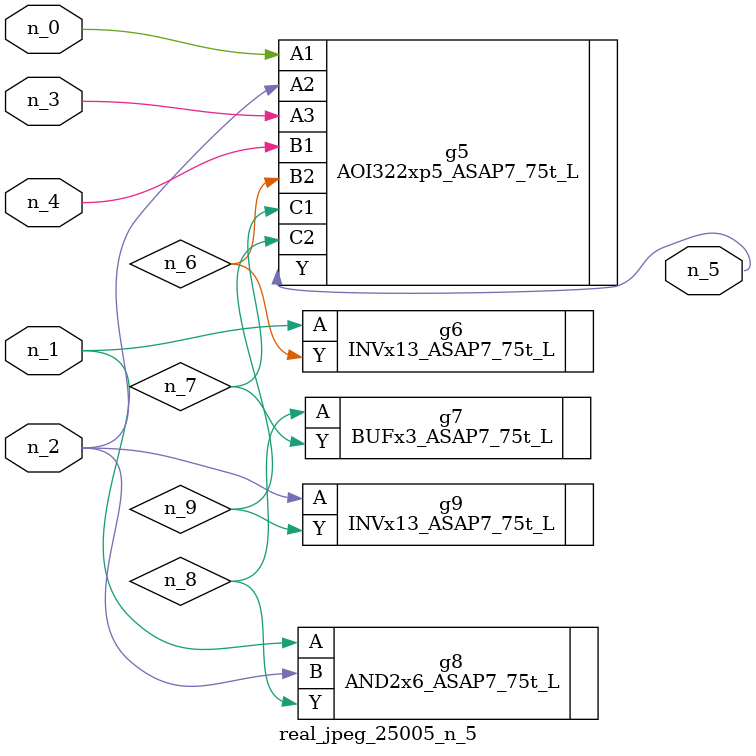
<source format=v>
module real_jpeg_25005_n_5 (n_4, n_0, n_1, n_2, n_3, n_5);

input n_4;
input n_0;
input n_1;
input n_2;
input n_3;

output n_5;

wire n_8;
wire n_6;
wire n_7;
wire n_9;

AOI322xp5_ASAP7_75t_L g5 ( 
.A1(n_0),
.A2(n_2),
.A3(n_3),
.B1(n_4),
.B2(n_6),
.C1(n_7),
.C2(n_9),
.Y(n_5)
);

INVx13_ASAP7_75t_L g6 ( 
.A(n_1),
.Y(n_6)
);

AND2x6_ASAP7_75t_L g8 ( 
.A(n_1),
.B(n_2),
.Y(n_8)
);

INVx13_ASAP7_75t_L g9 ( 
.A(n_2),
.Y(n_9)
);

BUFx3_ASAP7_75t_L g7 ( 
.A(n_8),
.Y(n_7)
);


endmodule
</source>
